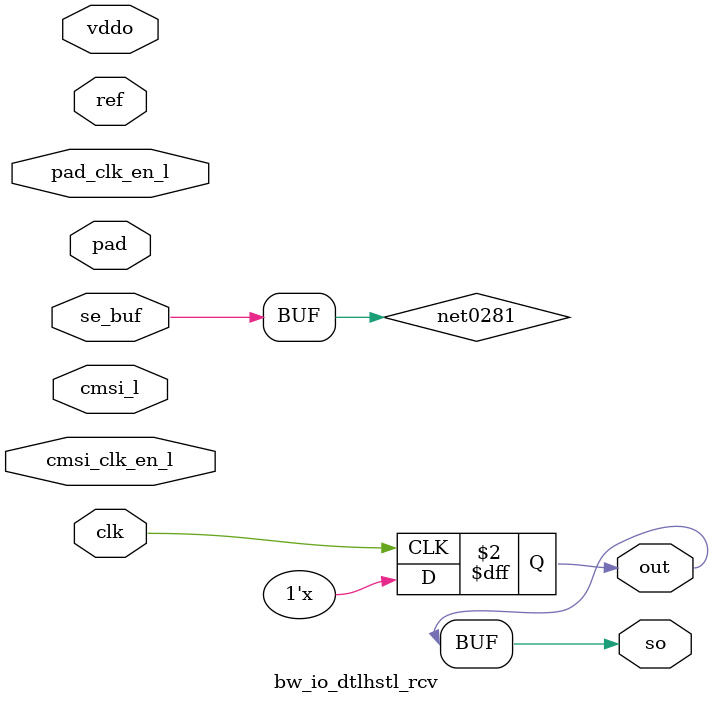
<source format=v>


module bw_io_dtlhstl_rcv (/*AUTOARG*/
  // Outputs
  out, so, 
  // Inputs
  pad, ref, clk, pad_clk_en_l, cmsi_clk_en_l, cmsi_l, se_buf, vddo
  );

  input		pad;
  input 	ref;
  input		clk;
  input		pad_clk_en_l;
  input		cmsi_clk_en_l;
  input		cmsi_l;
  input		se_buf;
  input		vddo;

  output	out;
  output	so;


  assign so = out;
  wire net0281 = se_buf; // dummy tie off

  reg out;
  always @(posedge clk) begin
    casex ({ pad_clk_en_l, pad, cmsi_clk_en_l, cmsi_l })
    /*  4'b001x: out <= 1'b0;
      4'b011x: out <= 1'b1;
      4'b1x00: out <= 1'b1;
      4'b1x01: out <= 1'b0;  */
      default: out <= 1'bx;
      endcase
    end


  endmodule


// Local Variables:
// verilog-auto-sense-defines-constant:t
// End:

</source>
